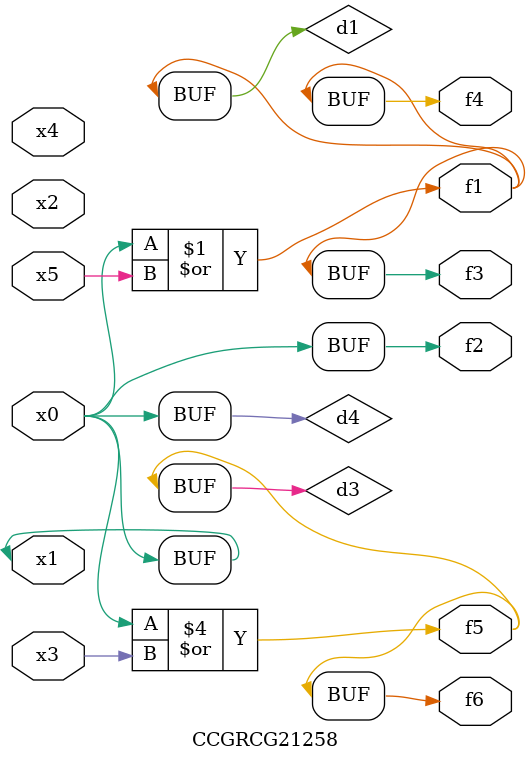
<source format=v>
module CCGRCG21258(
	input x0, x1, x2, x3, x4, x5,
	output f1, f2, f3, f4, f5, f6
);

	wire d1, d2, d3, d4;

	or (d1, x0, x5);
	xnor (d2, x1, x4);
	or (d3, x0, x3);
	buf (d4, x0, x1);
	assign f1 = d1;
	assign f2 = d4;
	assign f3 = d1;
	assign f4 = d1;
	assign f5 = d3;
	assign f6 = d3;
endmodule

</source>
